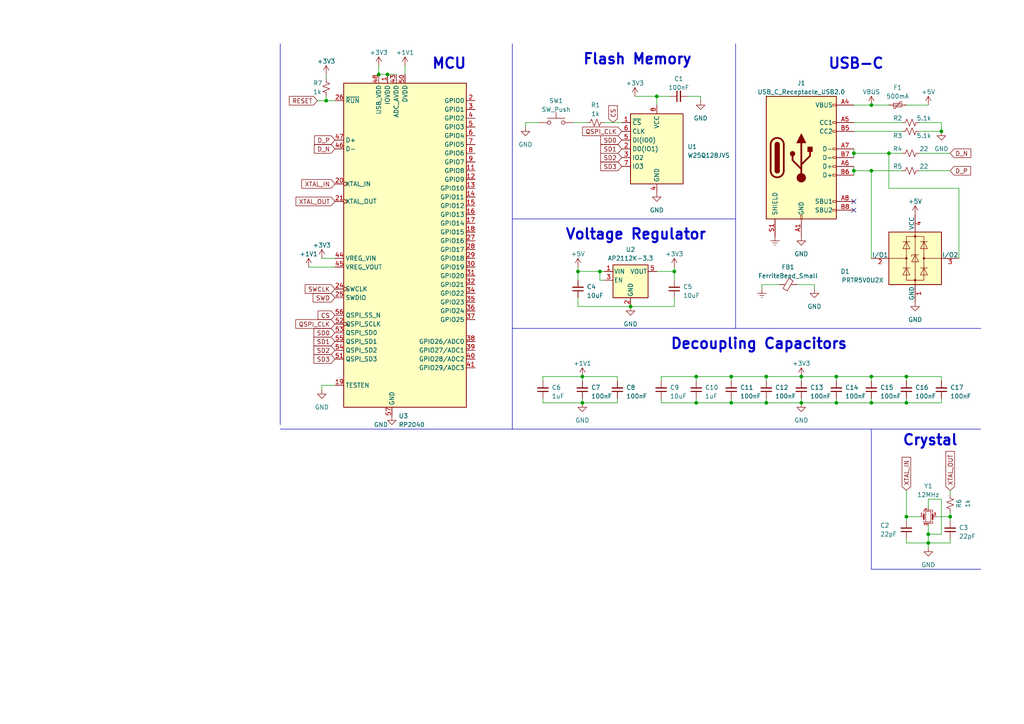
<source format=kicad_sch>
(kicad_sch (version 20230121) (generator eeschema)
  (paper "A4")
  (lib_symbols
    (symbol "Connector:USB_C_Receptacle_USB2.0" (pin_names (offset 1.016))
      (property "Reference" "J" (at -10.16 19.05 0))
      (property "Value" "USB_C_Receptacle_USB2.0" (at 19.05 19.05 0))
      (symbol "USB_C_Receptacle_USB2.0_0_0"
        (rectangle (start -0.254 -17.78) (end 0.254 -16.764))
        (rectangle (start 10.16 -14.986) (end 9.144 -15.494))
        (rectangle (start 10.16 -12.446) (end 9.144 -12.954))
        (rectangle (start 10.16 -4.826) (end 9.144 -5.334))
        (rectangle (start 10.16 -2.286) (end 9.144 -2.794))
        (rectangle (start 10.16 0.254) (end 9.144 -0.254))
        (rectangle (start 10.16 2.794) (end 9.144 2.286))
        (rectangle (start 10.16 7.874) (end 9.144 7.366))
        (rectangle (start 10.16 10.414) (end 9.144 9.906))
        (rectangle (start 10.16 15.494) (end 9.144 14.986))
      )
      (symbol "USB_C_Receptacle_USB2.0_0_1"
        (rectangle (start -10.16 17.78) (end 10.16 -17.78) (stroke (width 0.254)) (fill (type background)))
        (arc (start -8.89 -3.81) (mid -6.985 -5.7067) (end -5.08 -3.81) (stroke (width 0.508)))
        (arc (start -7.62 -3.81) (mid -6.985 -4.4423) (end -6.35 -3.81) (stroke (width 0.254)))
        (arc (start -7.62 -3.81) (mid -6.985 -4.4423) (end -6.35 -3.81) (stroke (width 0.254)) (fill (type outline)))
        (rectangle (start -7.62 -3.81) (end -6.35 3.81) (stroke (width 0.254)) (fill (type outline)))
        (arc (start -6.35 3.81) (mid -6.985 4.4423) (end -7.62 3.81) (stroke (width 0.254)))
        (arc (start -6.35 3.81) (mid -6.985 4.4423) (end -7.62 3.81) (stroke (width 0.254)) (fill (type outline)))
        (arc (start -5.08 3.81) (mid -6.985 5.7067) (end -8.89 3.81) (stroke (width 0.508)))
        (circle (center -2.54 1.143) (radius 0.635) (stroke (width 0.254)) (fill (type outline)))
        (circle (center 0 -5.842) (radius 1.27) (fill (type outline)))
        (polyline (pts (xy -8.89 -3.81) (xy -8.89 3.81)) (stroke (width 0.508)))
        (polyline (pts (xy -5.08 3.81) (xy -5.08 -3.81)) (stroke (width 0.508)))
        (polyline (pts (xy 0 -5.842) (xy 0 4.318)) (stroke (width 0.508)))
        (polyline (pts (xy 0 -3.302) (xy -2.54 -0.762) (xy -2.54 0.508)) (stroke (width 0.508)))
        (polyline (pts (xy 0 -2.032) (xy 2.54 0.508) (xy 2.54 1.778)) (stroke (width 0.508)))
        (polyline (pts (xy -1.27 4.318) (xy 0 6.858) (xy 1.27 4.318) (xy -1.27 4.318)) (stroke (width 0.254)) (fill (type outline)))
        (rectangle (start 1.905 1.778) (end 3.175 3.048) (stroke (width 0.254)) (fill (type outline)))
      )
      (symbol "USB_C_Receptacle_USB2.0_1_1"
        (pin passive line (at 0 -22.86 90) (length 5.08) (name "GND") (number "A1"))
        (pin passive line (at 0 -22.86 90) (length 5.08) hide (name "GND") (number "A12"))
        (pin passive line (at 15.24 15.24 180) (length 5.08) (name "VBUS") (number "A4"))
        (pin bidirectional line (at 15.24 10.16 180) (length 5.08) (name "CC1") (number "A5"))
        (pin bidirectional line (at 15.24 -2.54 180) (length 5.08) (name "D+") (number "A6"))
        (pin bidirectional line (at 15.24 2.54 180) (length 5.08) (name "D-") (number "A7"))
        (pin bidirectional line (at 15.24 -12.7 180) (length 5.08) (name "SBU1") (number "A8"))
        (pin passive line (at 15.24 15.24 180) (length 5.08) hide (name "VBUS") (number "A9"))
        (pin passive line (at 0 -22.86 90) (length 5.08) hide (name "GND") (number "B1"))
        (pin passive line (at 0 -22.86 90) (length 5.08) hide (name "GND") (number "B12"))
        (pin passive line (at 15.24 15.24 180) (length 5.08) hide (name "VBUS") (number "B4"))
        (pin bidirectional line (at 15.24 7.62 180) (length 5.08) (name "CC2") (number "B5"))
        (pin bidirectional line (at 15.24 -5.08 180) (length 5.08) (name "D+") (number "B6"))
        (pin bidirectional line (at 15.24 0 180) (length 5.08) (name "D-") (number "B7"))
        (pin bidirectional line (at 15.24 -15.24 180) (length 5.08) (name "SBU2") (number "B8"))
        (pin passive line (at 15.24 15.24 180) (length 5.08) hide (name "VBUS") (number "B9"))
        (pin passive line (at -7.62 -22.86 90) (length 5.08) (name "SHIELD") (number "S1"))
      )
    )
    (symbol "Device:C_Small" (pin_numbers hide) (pin_names (offset 0.254) hide)
      (property "Reference" "C" (at 0.254 1.778 0))
      (property "Value" "C_Small" (at 0.254 -2.032 0))
      (symbol "C_Small_0_1"
        (polyline (pts (xy -1.524 -0.508) (xy 1.524 -0.508)) (stroke (width 0.3302)))
        (polyline (pts (xy -1.524 0.508) (xy 1.524 0.508)) (stroke (width 0.3048)))
      )
      (symbol "C_Small_1_1"
        (pin passive line (at 0 2.54 270) (length 2.032) (name "~") (number "1"))
        (pin passive line (at 0 -2.54 90) (length 2.032) (name "~") (number "2"))
      )
    )
    (symbol "Device:Crystal_GND24_Small" (pin_names (offset 1.016) hide)
      (property "Reference" "Y" (at 1.27 4.445 0))
      (property "Value" "Crystal_GND24_Small" (at 1.27 2.54 0))
      (symbol "Crystal_GND24_Small_0_1"
        (rectangle (start -0.762 -1.524) (end 0.762 1.524))
        (polyline (pts (xy -1.27 -0.762) (xy -1.27 0.762)) (stroke (width 0.381)))
        (polyline (pts (xy 1.27 -0.762) (xy 1.27 0.762)) (stroke (width 0.381)))
        (polyline (pts (xy -1.27 -1.27) (xy -1.27 -1.905) (xy 1.27 -1.905) (xy 1.27 -1.27)))
        (polyline (pts (xy -1.27 1.27) (xy -1.27 1.905) (xy 1.27 1.905) (xy 1.27 1.27)))
      )
      (symbol "Crystal_GND24_Small_1_1"
        (pin passive line (at -2.54 0 0) (length 1.27) (name "1") (number "1"))
        (pin passive line (at 0 -2.54 90) (length 0.635) (name "2") (number "2"))
        (pin passive line (at 2.54 0 180) (length 1.27) (name "3") (number "3"))
        (pin passive line (at 0 2.54 270) (length 0.635) (name "4") (number "4"))
      )
    )
    (symbol "Device:FerriteBead_Small" (pin_numbers hide) (pin_names (offset 0))
      (property "Reference" "FB" (at 1.905 1.27 0))
      (property "Value" "FerriteBead_Small" (at 1.905 -1.27 0))
      (symbol "FerriteBead_Small_0_1"
        (polyline (pts (xy 0 -1.27) (xy 0 -0.7874)))
        (polyline (pts (xy 0 0.889) (xy 0 1.2954)))
        (polyline (pts (xy -1.8288 0.2794) (xy -1.1176 1.4986) (xy 1.8288 -0.2032) (xy 1.1176 -1.4224) (xy -1.8288 0.2794)))
      )
      (symbol "FerriteBead_Small_1_1"
        (pin passive line (at 0 2.54 270) (length 1.27) (name "~") (number "1"))
        (pin passive line (at 0 -2.54 90) (length 1.27) (name "~") (number "2"))
      )
    )
    (symbol "Device:Polyfuse_Small" (pin_numbers hide) (pin_names (offset 0))
      (property "Reference" "F" (at -1.905 0 90))
      (property "Value" "Polyfuse_Small" (at 1.905 0 90))
      (symbol "Polyfuse_Small_0_1"
        (rectangle (start -0.508 1.27) (end 0.508 -1.27))
        (polyline (pts (xy 0 2.54) (xy 0 -2.54)))
        (polyline (pts (xy -1.016 1.27) (xy -1.016 0.762) (xy 1.016 -0.762) (xy 1.016 -1.27)))
      )
      (symbol "Polyfuse_Small_1_1"
        (pin passive line (at 0 2.54 270) (length 0.635) (name "~") (number "1"))
        (pin passive line (at 0 -2.54 90) (length 0.635) (name "~") (number "2"))
      )
    )
    (symbol "Device:R_Small_US" (pin_numbers hide) (pin_names (offset 0.254) hide)
      (property "Reference" "R" (at 0.762 0.508 0))
      (property "Value" "R_Small_US" (at 0.762 -1.016 0))
      (symbol "R_Small_US_1_1"
        (polyline (pts (xy 0 0) (xy 1.016 -0.381) (xy 0 -0.762) (xy -1.016 -1.143) (xy 0 -1.524)))
        (polyline (pts (xy 0 1.524) (xy 1.016 1.143) (xy 0 0.762) (xy -1.016 0.381) (xy 0 0)))
        (pin passive line (at 0 2.54 270) (length 1.016) (name "~") (number "1"))
        (pin passive line (at 0 -2.54 90) (length 1.016) (name "~") (number "2"))
      )
    )
    (symbol "Memory_Flash:W25Q128JVS"
      (property "Reference" "U" (at -8.89 8.89 0))
      (property "Value" "W25Q128JVS" (at 7.62 8.89 0))
      (symbol "W25Q128JVS_0_1"
        (rectangle (start -7.62 10.16) (end 7.62 -10.16) (stroke (width 0.254)) (fill (type background)))
      )
      (symbol "W25Q128JVS_1_1"
        (pin input line (at -10.16 7.62 0) (length 2.54) (name "~{CS}") (number "1"))
        (pin bidirectional line (at -10.16 0 0) (length 2.54) (name "DO(IO1)") (number "2"))
        (pin bidirectional line (at -10.16 -2.54 0) (length 2.54) (name "IO2") (number "3"))
        (pin power_in line (at 0 -12.7 90) (length 2.54) (name "GND") (number "4"))
        (pin bidirectional line (at -10.16 2.54 0) (length 2.54) (name "DI(IO0)") (number "5"))
        (pin input line (at -10.16 5.08 0) (length 2.54) (name "CLK") (number "6"))
        (pin bidirectional line (at -10.16 -5.08 0) (length 2.54) (name "IO3") (number "7"))
        (pin power_in line (at 0 12.7 270) (length 2.54) (name "VCC") (number "8"))
      )
    )
    (symbol "Power_Protection:PRTR5V0U2X" (pin_names (offset 0))
      (property "Reference" "D" (at 2.794 8.636 0))
      (property "Value" "PRTR5V0U2X" (at 8.128 -9.398 0))
      (symbol "PRTR5V0U2X_0_1"
        (rectangle (start -7.62 -7.62) (end 7.62 7.62) (stroke (width 0.254)) (fill (type background)))
        (circle (center -2.54 0) (radius 0.254) (fill (type outline)))
        (rectangle (start -2.54 6.35) (end 2.54 -6.35))
        (circle (center 0 -6.35) (radius 0.254) (fill (type outline)))
        (polyline (pts (xy -2.54 0) (xy -7.62 0)))
        (polyline (pts (xy -1.524 -2.794) (xy -3.556 -2.794)))
        (polyline (pts (xy -1.524 4.826) (xy -3.556 4.826)))
        (polyline (pts (xy 0 -7.62) (xy 0 7.62)))
        (polyline (pts (xy 1.524 -2.794) (xy 3.556 -2.794)))
        (polyline (pts (xy 1.524 4.826) (xy 3.556 4.826)))
        (polyline (pts (xy 2.54 0) (xy 7.62 0)))
        (polyline (pts (xy 1.016 1.016) (xy -1.016 1.016) (xy -1.016 0.508)))
        (polyline (pts (xy -3.556 -4.826) (xy -1.524 -4.826) (xy -2.54 -2.794) (xy -3.556 -4.826)))
        (polyline (pts (xy -3.556 2.794) (xy -1.524 2.794) (xy -2.54 4.826) (xy -3.556 2.794)))
        (polyline (pts (xy -1.016 -1.016) (xy 1.016 -1.016) (xy 0 1.016) (xy -1.016 -1.016)))
        (polyline (pts (xy 3.556 -4.826) (xy 1.524 -4.826) (xy 2.54 -2.794) (xy 3.556 -4.826)))
        (polyline (pts (xy 3.556 2.794) (xy 1.524 2.794) (xy 2.54 4.826) (xy 3.556 2.794)))
        (circle (center 0 6.35) (radius 0.254) (fill (type outline)))
        (circle (center 2.54 0) (radius 0.254) (fill (type outline)))
      )
      (symbol "PRTR5V0U2X_1_1"
        (pin passive line (at 0 -12.7 90) (length 5.08) (name "GND") (number "1"))
        (pin passive line (at -12.7 0 0) (length 5.08) (name "I/O1") (number "2"))
        (pin passive line (at 12.7 0 180) (length 5.08) (name "I/O2") (number "3"))
        (pin passive line (at 0 12.7 270) (length 5.08) (name "VCC") (number "4"))
      )
    )
    (symbol "Regulator_Linear:AP2112K-3.3" (pin_names (offset 0.254))
      (property "Reference" "U" (at -5.08 5.715 0))
      (property "Value" "AP2112K-3.3" (at 0 5.715 0))
      (symbol "AP2112K-3.3_0_1"
        (rectangle (start -5.08 4.445) (end 5.08 -5.08) (stroke (width 0.254)) (fill (type background)))
      )
      (symbol "AP2112K-3.3_1_1"
        (pin power_in line (at -7.62 2.54 0) (length 2.54) (name "VIN") (number "1"))
        (pin power_in line (at 0 -7.62 90) (length 2.54) (name "GND") (number "2"))
        (pin input line (at -7.62 0 0) (length 2.54) (name "EN") (number "3"))
        (pin no_connect line (at 5.08 0 180) (length 2.54) hide (name "NC") (number "4"))
        (pin power_out line (at 7.62 2.54 180) (length 2.54) (name "VOUT") (number "5"))
      )
    )
    (symbol "Switch:SW_Push" (pin_numbers hide) (pin_names (offset 1.016) hide)
      (property "Reference" "SW" (at 1.27 2.54 0))
      (property "Value" "SW_Push" (at 0 -1.524 0))
      (symbol "SW_Push_0_1"
        (circle (center -2.032 0) (radius 0.508))
        (polyline (pts (xy 0 1.27) (xy 0 3.048)))
        (polyline (pts (xy 2.54 1.27) (xy -2.54 1.27)))
        (circle (center 2.032 0) (radius 0.508))
        (pin passive line (at -5.08 0 0) (length 2.54) (name "1") (number "1"))
        (pin passive line (at 5.08 0 180) (length 2.54) (name "2") (number "2"))
      )
    )
    (symbol "penlib-custom-parts:RP2040"
      (property "Reference" "U" (at 9.525 48.895 0))
      (property "Value" "RP2040" (at 12.7 46.355 0))
      (symbol "RP2040_0_0"
        (rectangle (start -18.415 44.45) (end 17.145 -49.53) (stroke (width 0.254)) (fill (type background)))
      )
      (symbol "RP2040_1_1"
        (pin power_in line (at -5.715 46.99 270) (length 2.54) (name "IOVDD") (number "1"))
        (pin power_in line (at -5.715 46.99 270) (length 2.54) hide (name "IOVDD") (number "10"))
        (pin input line (at 19.685 19.05 180) (length 2.54) (name "GPIO8") (number "11"))
        (pin input line (at 19.685 16.51 180) (length 2.54) (name "GPIO9") (number "12"))
        (pin input line (at 19.685 13.97 180) (length 2.54) (name "GPIO10") (number "13"))
        (pin input line (at 19.685 11.43 180) (length 2.54) (name "GPIO11") (number "14"))
        (pin input line (at 19.685 8.89 180) (length 2.54) (name "GPIO12") (number "15"))
        (pin input line (at 19.685 6.35 180) (length 2.54) (name "GPIO13") (number "16"))
        (pin input line (at 19.685 3.81 180) (length 2.54) (name "GPIO14") (number "17"))
        (pin input line (at 19.685 1.27 180) (length 2.54) (name "GPIO15") (number "18"))
        (pin input line (at -20.955 -43.18 0) (length 2.54) (name "TESTEN") (number "19"))
        (pin input line (at 19.685 39.37 180) (length 2.54) (name "GPIO0") (number "2"))
        (pin input clock (at -20.955 15.24 0) (length 2.54) (name "XTAL_IN") (number "20"))
        (pin input clock (at -20.955 10.16 0) (length 2.54) (name "XTAL_OUT") (number "21"))
        (pin power_in line (at -5.715 46.99 270) (length 2.54) hide (name "IOVDD") (number "22"))
        (pin power_in line (at -0.635 46.99 270) (length 2.54) hide (name "DVDD") (number "23"))
        (pin input clock (at -20.955 -15.24 0) (length 2.54) (name "SWCLK") (number "24"))
        (pin bidirectional line (at -20.955 -17.78 0) (length 2.54) (name "SWDIO") (number "25"))
        (pin input line (at -20.955 39.37 0) (length 2.54) (name "~{RUN}") (number "26"))
        (pin input line (at 19.685 -1.27 180) (length 2.54) (name "GPIO16") (number "27"))
        (pin input line (at 19.685 -3.81 180) (length 2.54) (name "GPIO17") (number "28"))
        (pin input line (at 19.685 -6.35 180) (length 2.54) (name "GPIO18") (number "29"))
        (pin input line (at 19.685 36.83 180) (length 2.54) (name "GPIO1") (number "3"))
        (pin input line (at 19.685 -8.89 180) (length 2.54) (name "GPIO19") (number "30"))
        (pin input line (at 19.685 -11.43 180) (length 2.54) (name "GPIO20") (number "31"))
        (pin input line (at 19.685 -13.97 180) (length 2.54) (name "GPIO21") (number "32"))
        (pin power_in line (at -5.715 46.99 270) (length 2.54) hide (name "IOVDD") (number "33"))
        (pin input line (at 19.685 -16.51 180) (length 2.54) (name "GPIO22") (number "34"))
        (pin input line (at 19.685 -19.05 180) (length 2.54) (name "GPIO23") (number "35"))
        (pin input line (at 19.685 -21.59 180) (length 2.54) (name "GPIO24") (number "36"))
        (pin input line (at 19.685 -24.13 180) (length 2.54) (name "GPIO25") (number "37"))
        (pin input line (at 19.685 -30.48 180) (length 2.54) (name "GPIO26/ADC0") (number "38"))
        (pin input line (at 19.685 -33.02 180) (length 2.54) (name "GPIO27/ADC1") (number "39"))
        (pin input line (at 19.685 34.29 180) (length 2.54) (name "GPIO2") (number "4"))
        (pin input line (at 19.685 -35.56 180) (length 2.54) (name "GPIO28/ADC2") (number "40"))
        (pin input line (at 19.685 -38.1 180) (length 2.54) (name "GPIO29/ADC3") (number "41"))
        (pin power_in line (at -5.715 46.99 270) (length 2.54) hide (name "IOVDD") (number "42"))
        (pin power_in line (at -3.175 46.99 270) (length 2.54) (name "ADC_AVDD") (number "43"))
        (pin power_in line (at -20.955 -6.35 0) (length 2.54) (name "VREG_VIN") (number "44"))
        (pin power_out line (at -20.955 -8.89 0) (length 2.54) (name "VREG_VOUT") (number "45"))
        (pin bidirectional line (at -20.955 25.4 0) (length 2.54) (name "D-") (number "46"))
        (pin bidirectional line (at -20.955 27.94 0) (length 2.54) (name "D+") (number "47"))
        (pin power_in line (at -8.255 46.99 270) (length 2.54) (name "USB_VDD") (number "48"))
        (pin power_in line (at -5.715 46.99 270) (length 2.54) hide (name "IOVDD") (number "49"))
        (pin input line (at 19.685 31.75 180) (length 2.54) (name "GPIO3") (number "5"))
        (pin power_in line (at -0.635 46.99 270) (length 2.54) (name "DVDD") (number "50"))
        (pin bidirectional line (at -20.955 -35.56 0) (length 2.54) (name "QSPI_SD3") (number "51"))
        (pin input clock (at -20.955 -25.4 0) (length 2.54) (name "QSPI_SCLK") (number "52"))
        (pin bidirectional line (at -20.955 -27.94 0) (length 2.54) (name "QSPI_SD0") (number "53"))
        (pin bidirectional line (at -20.955 -33.02 0) (length 2.54) (name "QSPI_SD2") (number "54"))
        (pin bidirectional line (at -20.955 -30.48 0) (length 2.54) (name "QSPI_SD1") (number "55"))
        (pin bidirectional line (at -20.955 -22.86 0) (length 2.54) (name "QSPI_SS_N") (number "56"))
        (pin power_in line (at -4.445 -52.07 90) (length 2.54) (name "GND") (number "57"))
        (pin input line (at 19.685 29.21 180) (length 2.54) (name "GPIO4") (number "6"))
        (pin input line (at 19.685 26.67 180) (length 2.54) (name "GPIO5") (number "7"))
        (pin input line (at 19.685 24.13 180) (length 2.54) (name "GPIO6") (number "8"))
        (pin input line (at 19.685 21.59 180) (length 2.54) (name "GPIO7") (number "9"))
      )
    )
    (symbol "power:+1V1" (power) (pin_names (offset 0))
      (property "Value" "+1V1" (at 0 3.556 0))
      (symbol "+1V1_0_1"
        (polyline (pts (xy -0.762 1.27) (xy 0 2.54)))
        (polyline (pts (xy 0 0) (xy 0 2.54)))
        (polyline (pts (xy 0 2.54) (xy 0.762 1.27)))
      )
      (symbol "+1V1_1_1"
        (pin power_in line (at 0 0 90) (length 0) hide (name "+1V1") (number "1"))
      )
    )
    (symbol "power:+3V3" (power) (pin_names (offset 0))
      (property "Value" "+3V3" (at 0 3.556 0))
      (symbol "+3V3_0_1"
        (polyline (pts (xy -0.762 1.27) (xy 0 2.54)))
        (polyline (pts (xy 0 0) (xy 0 2.54)))
        (polyline (pts (xy 0 2.54) (xy 0.762 1.27)))
      )
      (symbol "+3V3_1_1"
        (pin power_in line (at 0 0 90) (length 0) hide (name "+3V3") (number "1"))
      )
    )
    (symbol "power:+5V" (power) (pin_names (offset 0))
      (property "Value" "+5V" (at 0 3.556 0))
      (symbol "+5V_0_1"
        (polyline (pts (xy -0.762 1.27) (xy 0 2.54)))
        (polyline (pts (xy 0 0) (xy 0 2.54)))
        (polyline (pts (xy 0 2.54) (xy 0.762 1.27)))
      )
      (symbol "+5V_1_1"
        (pin power_in line (at 0 0 90) (length 0) hide (name "+5V") (number "1"))
      )
    )
    (symbol "power:Earth" (power) (pin_names (offset 0))
      (symbol "Earth_0_1"
        (polyline (pts (xy -0.635 -1.905) (xy 0.635 -1.905)))
        (polyline (pts (xy -0.127 -2.54) (xy 0.127 -2.54)))
        (polyline (pts (xy 0 -1.27) (xy 0 0)))
        (polyline (pts (xy 1.27 -1.27) (xy -1.27 -1.27)))
      )
      (symbol "Earth_1_1"
        (pin power_in line (at 0 0 270) (length 0) hide (name "Earth") (number "1"))
      )
    )
    (symbol "power:GND" (power) (pin_names (offset 0))
      (property "Value" "GND" (at 0 -3.81 0))
      (symbol "GND_0_1"
        (polyline (pts (xy 0 0) (xy 0 -1.27) (xy 1.27 -1.27) (xy 0 -2.54) (xy -1.27 -1.27) (xy 0 -1.27)))
      )
      (symbol "GND_1_1"
        (pin power_in line (at 0 0 270) (length 0) hide (name "GND") (number "1"))
      )
    )
    (symbol "power:VBUS" (power) (pin_names (offset 0))
      (property "Value" "VBUS" (at 0 3.81 0))
      (symbol "VBUS_0_1"
        (polyline (pts (xy -0.762 1.27) (xy 0 2.54)))
        (polyline (pts (xy 0 0) (xy 0 2.54)))
        (polyline (pts (xy 0 2.54) (xy 0.762 1.27)))
      )
      (symbol "VBUS_1_1"
        (pin power_in line (at 0 0 90) (length 0) hide (name "VBUS") (number "1"))
      )
    )
  )
  (junction (at 273.05 38.1))
  (junction (at 195.58 78.74))
  (junction (at 247.65 49.53))
  (junction (at 275.59 149.86))
  (junction (at 201.93 109.22))
  (junction (at 168.91 109.22))
  (junction (at 269.24 154.94))
  (junction (at 262.89 109.22))
  (junction (at 167.64 78.74))
  (junction (at 252.73 30.48))
  (junction (at 168.91 116.84))
  (junction (at 252.73 116.84))
  (junction (at 201.93 116.84))
  (junction (at 212.09 109.22))
  (junction (at 190.5 27.94))
  (junction (at 109.855 21.59))
  (junction (at 242.57 116.84))
  (junction (at 252.73 109.22))
  (junction (at 242.57 109.22))
  (junction (at 182.88 88.9))
  (junction (at 173.99 78.74))
  (junction (at 222.25 109.22))
  (junction (at 262.89 116.84))
  (junction (at 94.615 29.21))
  (junction (at 212.09 116.84))
  (junction (at 222.25 116.84))
  (junction (at 232.41 116.84))
  (junction (at 112.395 21.59))
  (junction (at 262.89 149.86))
  (junction (at 232.41 109.22))
  (junction (at 247.65 44.45))
  (junction (at 252.73 49.53))
  (junction (at 269.24 157.48))
  (junction (at 257.81 44.45))
  (no_connect (at 247.65 60.96))
  (no_connect (at 247.65 58.42))
  (wire (pts (xy 242.57 115.57) (xy 242.57 116.84)))
  (wire (pts (xy 212.09 116.84) (xy 222.25 116.84)))
  (wire (pts (xy 168.91 115.57) (xy 168.91 116.84)))
  (wire (pts (xy 275.59 149.86) (xy 275.59 151.13)))
  (wire (pts (xy 175.26 81.28) (xy 173.99 81.28)))
  (wire (pts (xy 262.89 30.48) (xy 269.24 30.48)))
  (wire (pts (xy 201.93 116.84) (xy 212.09 116.84)))
  (wire (pts (xy 247.65 44.45) (xy 257.81 44.45)))
  (wire (pts (xy 247.65 49.53) (xy 252.73 49.53)))
  (wire (pts (xy 222.25 109.22) (xy 222.25 110.49)))
  (wire (pts (xy 190.5 27.94) (xy 190.5 30.48)))
  (wire (pts (xy 266.7 44.45) (xy 275.59 44.45)))
  (wire (pts (xy 212.09 115.57) (xy 212.09 116.84)))
  (wire (pts (xy 191.77 110.49) (xy 191.77 109.22)))
  (wire (pts (xy 266.7 49.53) (xy 275.59 49.53)))
  (wire (pts (xy 222.25 115.57) (xy 222.25 116.84)))
  (wire (pts (xy 262.89 157.48) (xy 269.24 157.48)))
  (wire (pts (xy 173.99 81.28) (xy 173.99 78.74)))
  (wire (pts (xy 89.535 77.47) (xy 97.155 77.47)))
  (wire (pts (xy 195.58 77.47) (xy 195.58 78.74)))
  (wire (pts (xy 201.93 115.57) (xy 201.93 116.84)))
  (wire (pts (xy 191.77 115.57) (xy 191.77 116.84)))
  (wire (pts (xy 199.39 27.94) (xy 203.2 27.94)))
  (wire (pts (xy 247.65 38.1) (xy 261.62 38.1)))
  (wire (pts (xy 109.855 21.59) (xy 109.855 19.05)))
  (wire (pts (xy 168.91 109.22) (xy 168.91 110.49)))
  (wire (pts (xy 262.89 149.86) (xy 262.89 151.13)))
  (wire (pts (xy 231.14 82.55) (xy 236.22 82.55)))
  (wire (pts (xy 262.89 156.21) (xy 262.89 157.48)))
  (polyline (pts (xy 213.36 95.25) (xy 284.48 95.25)))
  (wire (pts (xy 112.395 21.59) (xy 109.855 21.59)))
  (polyline (pts (xy 252.73 165.1) (xy 284.48 165.1)))
  (wire (pts (xy 275.59 157.48) (xy 269.24 157.48)))
  (wire (pts (xy 257.81 54.61) (xy 257.81 44.45)))
  (wire (pts (xy 157.48 109.22) (xy 168.91 109.22)))
  (wire (pts (xy 94.615 29.21) (xy 94.615 27.94)))
  (wire (pts (xy 252.73 49.53) (xy 252.73 74.93)))
  (wire (pts (xy 242.57 116.84) (xy 252.73 116.84)))
  (wire (pts (xy 232.41 116.84) (xy 242.57 116.84)))
  (wire (pts (xy 190.5 27.94) (xy 194.31 27.94)))
  (wire (pts (xy 271.78 149.86) (xy 275.59 149.86)))
  (polyline (pts (xy 148.59 63.5) (xy 148.59 95.25)))
  (wire (pts (xy 190.5 78.74) (xy 195.58 78.74)))
  (wire (pts (xy 247.65 30.48) (xy 252.73 30.48)))
  (wire (pts (xy 184.15 27.94) (xy 190.5 27.94)))
  (wire (pts (xy 273.05 154.94) (xy 269.24 154.94)))
  (wire (pts (xy 262.89 109.22) (xy 273.05 109.22)))
  (wire (pts (xy 114.935 21.59) (xy 112.395 21.59)))
  (wire (pts (xy 266.7 38.1) (xy 273.05 38.1)))
  (wire (pts (xy 275.59 148.59) (xy 275.59 149.86)))
  (wire (pts (xy 278.13 54.61) (xy 257.81 54.61)))
  (wire (pts (xy 166.37 35.56) (xy 170.18 35.56)))
  (wire (pts (xy 167.64 77.47) (xy 167.64 78.74)))
  (wire (pts (xy 94.615 21.59) (xy 94.615 22.86)))
  (wire (pts (xy 167.64 86.36) (xy 167.64 88.9)))
  (wire (pts (xy 191.77 116.84) (xy 201.93 116.84)))
  (wire (pts (xy 201.93 109.22) (xy 212.09 109.22)))
  (wire (pts (xy 269.24 147.32) (xy 269.24 144.78)))
  (wire (pts (xy 157.48 116.84) (xy 168.91 116.84)))
  (wire (pts (xy 201.93 109.22) (xy 201.93 110.49)))
  (wire (pts (xy 252.73 109.22) (xy 262.89 109.22)))
  (wire (pts (xy 273.05 110.49) (xy 273.05 109.22)))
  (polyline (pts (xy 148.59 12.7) (xy 148.59 63.5)))
  (polyline (pts (xy 148.59 95.25) (xy 148.59 124.46)))
  (wire (pts (xy 232.41 109.22) (xy 242.57 109.22)))
  (polyline (pts (xy 213.36 12.7) (xy 213.36 95.25)))
  (wire (pts (xy 262.89 115.57) (xy 262.89 116.84)))
  (wire (pts (xy 173.99 78.74) (xy 175.26 78.74)))
  (polyline (pts (xy 148.59 124.46) (xy 81.28 124.46)))
  (wire (pts (xy 175.26 35.56) (xy 180.34 35.56)))
  (wire (pts (xy 247.65 35.56) (xy 261.62 35.56)))
  (wire (pts (xy 236.22 82.55) (xy 236.22 83.82)))
  (wire (pts (xy 92.075 29.21) (xy 94.615 29.21)))
  (wire (pts (xy 167.64 88.9) (xy 182.88 88.9)))
  (wire (pts (xy 179.07 115.57) (xy 179.07 116.84)))
  (wire (pts (xy 93.345 74.93) (xy 97.155 74.93)))
  (wire (pts (xy 252.73 116.84) (xy 262.89 116.84)))
  (wire (pts (xy 157.48 115.57) (xy 157.48 116.84)))
  (polyline (pts (xy 252.73 124.46) (xy 252.73 165.1)))
  (wire (pts (xy 93.345 113.03) (xy 93.345 111.76)))
  (wire (pts (xy 168.91 109.22) (xy 179.07 109.22)))
  (wire (pts (xy 182.88 88.9) (xy 195.58 88.9)))
  (wire (pts (xy 226.06 82.55) (xy 220.98 82.55)))
  (wire (pts (xy 212.09 109.22) (xy 212.09 110.49)))
  (wire (pts (xy 269.24 152.4) (xy 269.24 154.94)))
  (polyline (pts (xy 148.59 95.25) (xy 213.36 95.25)))
  (wire (pts (xy 273.05 144.78) (xy 273.05 154.94)))
  (wire (pts (xy 232.41 109.22) (xy 232.41 110.49)))
  (wire (pts (xy 222.25 109.22) (xy 232.41 109.22)))
  (wire (pts (xy 232.41 115.57) (xy 232.41 116.84)))
  (wire (pts (xy 195.58 78.74) (xy 195.58 81.28)))
  (polyline (pts (xy 148.59 124.46) (xy 284.48 124.46)))
  (wire (pts (xy 152.4 35.56) (xy 156.21 35.56)))
  (wire (pts (xy 97.155 29.21) (xy 94.615 29.21)))
  (wire (pts (xy 278.13 74.93) (xy 278.13 54.61)))
  (polyline (pts (xy 81.28 123.19) (xy 81.28 12.7)))
  (wire (pts (xy 242.57 109.22) (xy 242.57 110.49)))
  (wire (pts (xy 195.58 86.36) (xy 195.58 88.9)))
  (polyline (pts (xy 148.59 63.5) (xy 213.36 63.5)))
  (wire (pts (xy 269.24 144.78) (xy 273.05 144.78)))
  (wire (pts (xy 262.89 116.84) (xy 273.05 116.84)))
  (wire (pts (xy 179.07 116.84) (xy 168.91 116.84)))
  (wire (pts (xy 167.64 78.74) (xy 173.99 78.74)))
  (wire (pts (xy 266.7 149.86) (xy 262.89 149.86)))
  (wire (pts (xy 269.24 154.94) (xy 269.24 157.48)))
  (wire (pts (xy 252.73 109.22) (xy 252.73 110.49)))
  (wire (pts (xy 252.73 30.48) (xy 257.81 30.48)))
  (wire (pts (xy 273.05 115.57) (xy 273.05 116.84)))
  (wire (pts (xy 247.65 43.18) (xy 247.65 44.45)))
  (wire (pts (xy 157.48 110.49) (xy 157.48 109.22)))
  (wire (pts (xy 212.09 109.22) (xy 222.25 109.22)))
  (wire (pts (xy 269.24 158.75) (xy 269.24 157.48)))
  (wire (pts (xy 275.59 156.21) (xy 275.59 157.48)))
  (wire (pts (xy 117.475 19.05) (xy 117.475 21.59)))
  (wire (pts (xy 252.73 49.53) (xy 261.62 49.53)))
  (wire (pts (xy 222.25 116.84) (xy 232.41 116.84)))
  (wire (pts (xy 247.65 49.53) (xy 247.65 50.8)))
  (wire (pts (xy 262.89 109.22) (xy 262.89 110.49)))
  (wire (pts (xy 266.7 35.56) (xy 273.05 35.56)))
  (wire (pts (xy 247.65 48.26) (xy 247.65 49.53)))
  (wire (pts (xy 220.98 82.55) (xy 220.98 83.82)))
  (wire (pts (xy 275.59 142.24) (xy 275.59 143.51)))
  (wire (pts (xy 179.07 110.49) (xy 179.07 109.22)))
  (wire (pts (xy 191.77 109.22) (xy 201.93 109.22)))
  (wire (pts (xy 93.345 111.76) (xy 97.155 111.76)))
  (wire (pts (xy 252.73 115.57) (xy 252.73 116.84)))
  (wire (pts (xy 273.05 35.56) (xy 273.05 38.1)))
  (wire (pts (xy 152.4 36.83) (xy 152.4 35.56)))
  (wire (pts (xy 257.81 44.45) (xy 261.62 44.45)))
  (wire (pts (xy 167.64 78.74) (xy 167.64 81.28)))
  (wire (pts (xy 247.65 44.45) (xy 247.65 45.72)))
  (wire (pts (xy 242.57 109.22) (xy 252.73 109.22)))
  (wire (pts (xy 203.2 27.94) (xy 203.2 29.21)))
  (wire (pts (xy 262.89 142.24) (xy 262.89 149.86)))
  (text "Flash Memory" (at 168.91 19.05 0) (effects (font (size 3 3) (thickness 0.6) bold) (justify left bottom)))
  (text "MCU" (at 125.095 20.32 0) (effects (font (size 3 3) (thickness 0.6) bold) (justify left bottom)))
  (text "USB-C" (at 240.03 20.32 0) (effects (font (size 3 3) (thickness 0.6) bold) (justify left bottom)))
  (text "Crystal" (at 261.62 129.54 0) (effects (font (size 3 3) (thickness 0.6) bold) (justify left bottom)))
  (text "Voltage Regulator" (at 163.83 69.85 0) (effects (font (size 3 3) (thickness 0.6) bold) (justify left bottom)))
  (text "Decoupling Capacitors" (at 194.31 101.6 0) (effects (font (size 3 3) (thickness 0.6) bold) (justify left bottom)))
  (global_label "SD2" (shape input) (at 97.155 101.6 180) (property "Intersheetrefs" "${INTERSHEET_REFS}" (effects hide)))
  (global_label "SD3" (shape input) (at 97.155 104.14 180) (property "Intersheetrefs" "${INTERSHEET_REFS}" (effects hide)))
  (global_label "XTAL_OUT" (shape input) (at 97.155 58.42 180) (property "Intersheetrefs" "${INTERSHEET_REFS}" (effects hide)))
  (global_label "D_N" (shape input) (at 275.59 44.45 0) (property "Intersheetrefs" "${INTERSHEET_REFS}" (effects hide)))
  (global_label "XTAL_IN" (shape input) (at 262.89 142.24 90) (property "Intersheetrefs" "${INTERSHEET_REFS}" (effects hide)))
  (global_label "SD1" (shape input) (at 97.155 99.06 180) (property "Intersheetrefs" "${INTERSHEET_REFS}" (effects hide)))
  (global_label "SD2" (shape input) (at 180.34 45.72 180) (property "Intersheetrefs" "${INTERSHEET_REFS}" (effects hide)))
  (global_label "RESET" (shape input) (at 92.075 29.21 180) (property "Intersheetrefs" "${INTERSHEET_REFS}" (effects hide)))
  (global_label "SD3" (shape input) (at 180.34 48.26 180) (property "Intersheetrefs" "${INTERSHEET_REFS}" (effects hide)))
  (global_label "SWD" (shape input) (at 97.155 86.36 180) (property "Intersheetrefs" "${INTERSHEET_REFS}" (effects hide)))
  (global_label "QSPI_CLK" (shape input) (at 180.34 38.1 180) (property "Intersheetrefs" "${INTERSHEET_REFS}" (effects hide)))
  (global_label "SD0" (shape input) (at 180.34 40.64 180) (property "Intersheetrefs" "${INTERSHEET_REFS}" (effects hide)))
  (global_label "D_N" (shape input) (at 97.155 43.18 180) (property "Intersheetrefs" "${INTERSHEET_REFS}" (effects hide)))
  (global_label "QSPI_CLK" (shape input) (at 97.155 93.98 180) (property "Intersheetrefs" "${INTERSHEET_REFS}" (effects hide)))
  (global_label "XTAL_OUT" (shape input) (at 275.59 142.24 90) (property "Intersheetrefs" "${INTERSHEET_REFS}" (effects hide)))
  (global_label "CS" (shape input) (at 97.155 91.44 180) (property "Intersheetrefs" "${INTERSHEET_REFS}" (effects hide)))
  (global_label "SD0" (shape input) (at 97.155 96.52 180) (property "Intersheetrefs" "${INTERSHEET_REFS}" (effects hide)))
  (global_label "D_P" (shape input) (at 97.155 40.64 180) (property "Intersheetrefs" "${INTERSHEET_REFS}" (effects hide)))
  (global_label "SWCLK" (shape input) (at 97.155 83.82 180) (property "Intersheetrefs" "${INTERSHEET_REFS}" (effects hide)))
  (global_label "D_P" (shape input) (at 275.59 49.53 0) (property "Intersheetrefs" "${INTERSHEET_REFS}" (effects hide)))
  (global_label "CS" (shape input) (at 177.8 35.56 90) (property "Intersheetrefs" "${INTERSHEET_REFS}" (effects hide)))
  (global_label "SD1" (shape input) (at 180.34 43.18 180) (property "Intersheetrefs" "${INTERSHEET_REFS}" (effects hide)))
  (global_label "XTAL_IN" (shape input) (at 97.155 53.34 180) (property "Intersheetrefs" "${INTERSHEET_REFS}" (effects hide)))
  (symbol (lib_id "Device:Polyfuse_Small") (at 260.35 30.48 90) (unit 1)
    (property "Reference" "F1" (at 260.35 25.4 90))
    (property "Value" "500mA" (at 260.35 27.94 90))
  )
  (symbol (lib_id "power:Earth") (at 224.79 68.58 0) (unit 1)
    (property "Reference" "#PWR011" (effects hide))
    (property "Value" "Earth" (effects hide))
  )
  (symbol (lib_id "Device:C_Small") (at 157.48 113.03 180) (unit 1)
    (property "Reference" "C6" (at 160.02 112.3886 0) (effects (justify right)))
    (property "Value" "1uF" (at 160.02 114.9286 0) (effects (justify right)))
  )
  (symbol (lib_id "power:+5V") (at 265.43 62.23 0) (unit 1)
    (property "Reference" "#PWR05" (effects hide))
    (property "Value" "+5V" (at 265.43 58.42 0))
  )
  (symbol (lib_id "Regulator_Linear:AP2112K-3.3") (at 182.88 81.28 0) (unit 1)
    (property "Reference" "U2" (at 182.88 72.39 0))
    (property "Value" "AP2112K-3.3" (at 182.88 74.93 0))
    (property "Footprint" "Package_TO_SOT_SMD:SOT-23-5" (effects hide))
    (property "Datasheet" "https://www.diodes.com/assets/Datasheets/AP2112.pdf" (effects hide))
  )
  (symbol (lib_id "Device:C_Small") (at 273.05 113.03 180) (unit 1)
    (property "Reference" "C17" (at 275.59 112.3886 0) (effects (justify right)))
    (property "Value" "100nF" (at 275.59 114.9286 0) (effects (justify right)))
  )
  (symbol (lib_id "power:GND") (at 93.345 113.03 0) (unit 1)
    (property "Reference" "#PWR027" (effects hide))
    (property "Value" "GND" (at 93.345 118.11 0))
  )
  (symbol (lib_id "Device:C_Small") (at 191.77 113.03 180) (unit 1)
    (property "Reference" "C9" (at 194.31 112.3886 0) (effects (justify right)))
    (property "Value" "10uF" (at 194.31 114.9286 0) (effects (justify right)))
  )
  (symbol (lib_id "Connector:USB_C_Receptacle_USB2.0") (at 232.41 45.72 0) (unit 1)
    (property "Reference" "J1" (at 232.41 24.13 0))
    (property "Value" "USB_C_Receptacle_USB2.0" (at 232.41 26.67 0))
    (property "Datasheet" "https://www.usb.org/sites/default/files/documents/usb_type-c.zip" (effects hide))
  )
  (symbol (lib_id "Device:C_Small") (at 262.89 113.03 180) (unit 1)
    (property "Reference" "C16" (at 265.43 112.3886 0) (effects (justify right)))
    (property "Value" "100nF" (at 265.43 114.9286 0) (effects (justify right)))
  )
  (symbol (lib_id "Device:C_Small") (at 196.85 27.94 90) (unit 1)
    (property "Reference" "C1" (at 196.8563 22.86 90))
    (property "Value" "100nF" (at 196.8563 25.4 90))
  )
  (symbol (lib_id "Power_Protection:PRTR5V0U2X") (at 265.43 74.93 0) (unit 1)
    (property "Reference" "D1" (at 245.11 78.74 0))
    (property "Value" "PRTR5V0U2X" (at 250.19 81.28 0))
    (property "Footprint" "Package_TO_SOT_SMD:SOT-143" (effects hide))
    (property "Datasheet" "https://assets.nexperia.com/documents/data-sheet/PRTR5V0U2X.pdf" (effects hide))
  )
  (symbol (lib_id "power:GND") (at 190.5 55.88 0) (unit 1)
    (property "Reference" "#PWR04" (effects hide))
    (property "Value" "GND" (at 190.5 60.96 0))
  )
  (symbol (lib_id "Device:R_Small_US") (at 264.16 38.1 90) (unit 1)
    (property "Reference" "R3" (at 260.35 39.37 90))
    (property "Value" "5.1k" (at 267.97 39.37 90))
  )
  (symbol (lib_id "power:GND") (at 265.43 87.63 0) (unit 1)
    (property "Reference" "#PWR06" (effects hide))
    (property "Value" "GND" (at 265.43 92.71 0))
  )
  (symbol (lib_id "power:+1V1") (at 168.91 109.22 0) (unit 1)
    (property "Reference" "#PWR018" (effects hide))
    (property "Value" "+1V1" (at 168.91 105.41 0))
  )
  (symbol (lib_id "power:+3V3") (at 232.41 109.22 0) (unit 1)
    (property "Reference" "#PWR020" (effects hide))
    (property "Value" "+3V3" (at 232.41 105.41 0))
  )
  (symbol (lib_id "power:+5V") (at 167.64 77.47 0) (unit 1)
    (property "Reference" "#PWR015" (effects hide))
    (property "Value" "+5V" (at 167.64 73.66 0))
  )
  (symbol (lib_id "power:+3V3") (at 94.615 21.59 0) (unit 1)
    (property "Reference" "#PWR024" (effects hide))
    (property "Value" "+3V3" (at 94.615 17.78 0))
  )
  (symbol (lib_id "Device:C_Small") (at 262.89 153.67 180) (unit 1)
    (property "Reference" "C2" (at 255.27 152.4 0) (effects (justify right)))
    (property "Value" "22pF" (at 255.27 154.94 0) (effects (justify right)))
  )
  (symbol (lib_id "Memory_Flash:W25Q128JVS") (at 190.5 43.18 0) (unit 1)
    (property "Reference" "U1" (at 199.39 42.545 0) (effects (justify left)))
    (property "Value" "W25Q128JVS" (at 199.39 45.085 0) (effects (justify left)))
    (property "Footprint" "Package_SO:SOIC-8_5.23x5.23mm_P1.27mm" (effects hide))
    (property "Datasheet" "http://www.winbond.com/resource-files/w25q128jv_dtr%20revc%2003272018%20plus.pdf" (effects hide))
  )
  (symbol (lib_id "Device:C_Small") (at 201.93 113.03 180) (unit 1)
    (property "Reference" "C10" (at 204.47 112.3886 0) (effects (justify right)))
    (property "Value" "1uF" (at 204.47 114.9286 0) (effects (justify right)))
  )
  (symbol (lib_id "power:GND") (at 152.4 36.83 0) (unit 1)
    (property "Reference" "#PWR03" (effects hide))
    (property "Value" "GND" (at 152.4 41.91 0))
  )
  (symbol (lib_id "Device:Crystal_GND24_Small") (at 269.24 149.86 0) (unit 1)
    (property "Reference" "Y1" (at 269.24 140.97 0))
    (property "Value" "12MHz" (at 269.24 143.51 0))
  )
  (symbol (lib_id "Device:C_Small") (at 232.41 113.03 180) (unit 1)
    (property "Reference" "C13" (at 234.95 112.3886 0) (effects (justify right)))
    (property "Value" "100nF" (at 234.95 114.9286 0) (effects (justify right)))
  )
  (symbol (lib_id "Device:R_Small_US") (at 264.16 44.45 90) (unit 1)
    (property "Reference" "R4" (at 260.35 43.18 90))
    (property "Value" "22" (at 267.97 43.18 90))
  )
  (symbol (lib_id "power:GND") (at 273.05 38.1 0) (unit 1)
    (property "Reference" "#PWR09" (effects hide))
    (property "Value" "GND" (at 273.05 43.18 0))
  )
  (symbol (lib_id "power:GND") (at 113.665 120.65 0) (unit 1)
    (property "Reference" "#PWR028" (effects hide))
    (property "Value" "GND" (at 110.49 123.19 0))
  )
  (symbol (lib_id "power:GND") (at 269.24 158.75 0) (unit 1)
    (property "Reference" "#PWR014" (effects hide))
    (property "Value" "GND" (at 269.24 163.83 0))
  )
  (symbol (lib_id "power:GND") (at 182.88 88.9 0) (unit 1)
    (property "Reference" "#PWR016" (effects hide))
    (property "Value" "GND" (at 182.88 93.98 0))
  )
  (symbol (lib_id "Device:C_Small") (at 252.73 113.03 180) (unit 1)
    (property "Reference" "C15" (at 255.27 112.3886 0) (effects (justify right)))
    (property "Value" "100nF" (at 255.27 114.9286 0) (effects (justify right)))
  )
  (symbol (lib_id "Device:FerriteBead_Small") (at 228.6 82.55 90) (unit 1)
    (property "Reference" "FB1" (at 228.5619 77.47 90))
    (property "Value" "FerriteBead_Small" (at 228.5619 80.01 90))
  )
  (symbol (lib_id "Device:R_Small_US") (at 94.615 25.4 180) (unit 1)
    (property "Reference" "R7" (at 90.805 24.13 0) (effects (justify right)))
    (property "Value" "1k" (at 90.805 26.67 0) (effects (justify right)))
  )
  (symbol (lib_id "power:+3V3") (at 93.345 74.93 0) (unit 1)
    (property "Reference" "#PWR025" (effects hide))
    (property "Value" "+3V3" (at 93.345 71.12 0))
  )
  (symbol (lib_id "power:GND") (at 232.41 116.84 0) (unit 1)
    (property "Reference" "#PWR021" (effects hide))
    (property "Value" "GND" (at 232.41 121.92 0))
  )
  (symbol (lib_id "Device:C_Small") (at 275.59 153.67 180) (unit 1)
    (property "Reference" "C3" (at 278.13 153.0286 0) (effects (justify right)))
    (property "Value" "22pF" (at 278.13 155.5686 0) (effects (justify right)))
  )
  (symbol (lib_id "Device:C_Small") (at 195.58 83.82 180) (unit 1)
    (property "Reference" "C5" (at 198.12 83.1786 0) (effects (justify right)))
    (property "Value" "10uF" (at 198.12 85.7186 0) (effects (justify right)))
  )
  (symbol (lib_id "Device:C_Small") (at 167.64 83.82 180) (unit 1)
    (property "Reference" "C4" (at 170.18 83.1786 0) (effects (justify right)))
    (property "Value" "10uF" (at 170.18 85.7186 0) (effects (justify right)))
  )
  (symbol (lib_id "Device:C_Small") (at 242.57 113.03 180) (unit 1)
    (property "Reference" "C14" (at 245.11 112.3886 0) (effects (justify right)))
    (property "Value" "100nF" (at 245.11 114.9286 0) (effects (justify right)))
  )
  (symbol (lib_id "power:Earth") (at 220.98 83.82 0) (unit 1)
    (property "Reference" "#PWR012" (effects hide))
    (property "Value" "Earth" (effects hide))
  )
  (symbol (lib_id "Device:C_Small") (at 222.25 113.03 180) (unit 1)
    (property "Reference" "C12" (at 224.79 112.3886 0) (effects (justify right)))
    (property "Value" "100nF" (at 224.79 114.9286 0) (effects (justify right)))
  )
  (symbol (lib_id "Device:C_Small") (at 179.07 113.03 180) (unit 1)
    (property "Reference" "C8" (at 181.61 112.3886 0) (effects (justify right)))
    (property "Value" "100nF" (at 181.61 114.9286 0) (effects (justify right)))
  )
  (symbol (lib_id "Device:R_Small_US") (at 264.16 49.53 90) (unit 1)
    (property "Reference" "R5" (at 260.35 48.26 90))
    (property "Value" "22" (at 267.97 48.26 90))
  )
  (symbol (lib_id "power:+3V3") (at 195.58 77.47 0) (unit 1)
    (property "Reference" "#PWR017" (effects hide))
    (property "Value" "+3V3" (at 195.58 73.66 0))
  )
  (symbol (lib_id "power:GND") (at 203.2 29.21 0) (unit 1)
    (property "Reference" "#PWR02" (effects hide))
    (property "Value" "GND" (at 203.2 34.29 0))
  )
  (symbol (lib_id "Device:R_Small_US") (at 264.16 35.56 90) (unit 1)
    (property "Reference" "R2" (at 260.35 34.29 90))
    (property "Value" "5.1k" (at 267.97 34.29 90))
  )
  (symbol (lib_id "Device:R_Small_US") (at 275.59 146.05 180) (unit 1)
    (property "Reference" "R6" (at 278.13 146.05 90))
    (property "Value" "1k" (at 280.67 146.05 90))
  )
  (symbol (lib_id "power:GND") (at 236.22 83.82 0) (unit 1)
    (property "Reference" "#PWR013" (effects hide))
    (property "Value" "GND" (at 236.22 88.9 0))
  )
  (symbol (lib_id "power:GND") (at 232.41 68.58 0) (unit 1)
    (property "Reference" "#PWR010" (effects hide))
    (property "Value" "GND" (at 232.41 73.66 0))
  )
  (symbol (lib_id "power:+3V3") (at 184.15 27.94 0) (unit 1)
    (property "Reference" "#PWR01" (effects hide))
    (property "Value" "+3V3" (at 184.15 24.13 0))
  )
  (symbol (lib_id "power:+1V1") (at 117.475 19.05 0) (unit 1)
    (property "Reference" "#PWR022" (effects hide))
    (property "Value" "+1V1" (at 117.475 15.24 0))
  )
  (symbol (lib_id "penlib-custom-parts:RP2040") (at 118.11 68.58 0) (unit 1)
    (property "Reference" "U3" (at 115.6209 120.65 0) (effects (justify left)))
    (property "Value" "RP2040" (at 115.6209 123.19 0) (effects (justify left)))
    (property "Footprint" "penlib-custom-parts:RP2040-QFN-56" (effects hide))
    (property "Datasheet" "https://datasheets.raspberrypi.com/rp2040/rp2040-datasheet.pdf" (effects hide))
  )
  (symbol (lib_id "Device:C_Small") (at 168.91 113.03 180) (unit 1)
    (property "Reference" "C7" (at 171.45 112.3886 0) (effects (justify right)))
    (property "Value" "100nF" (at 171.45 114.9286 0) (effects (justify right)))
  )
  (symbol (lib_id "power:GND") (at 168.91 116.84 0) (unit 1)
    (property "Reference" "#PWR019" (effects hide))
    (property "Value" "GND" (at 168.91 121.92 0))
  )
  (symbol (lib_id "power:+1V1") (at 89.535 77.47 0) (unit 1)
    (property "Reference" "#PWR026" (effects hide))
    (property "Value" "+1V1" (at 89.535 73.66 0))
  )
  (symbol (lib_id "power:VBUS") (at 252.73 30.48 0) (unit 1)
    (property "Reference" "#PWR08" (effects hide))
    (property "Value" "VBUS" (at 252.73 26.67 0))
  )
  (symbol (lib_id "Device:C_Small") (at 212.09 113.03 180) (unit 1)
    (property "Reference" "C11" (at 214.63 112.3886 0) (effects (justify right)))
    (property "Value" "100nF" (at 214.63 114.9286 0) (effects (justify right)))
  )
  (symbol (lib_id "power:+3V3") (at 109.855 19.05 0) (unit 1)
    (property "Reference" "#PWR023" (effects hide))
    (property "Value" "+3V3" (at 109.855 15.24 0))
  )
  (symbol (lib_id "Switch:SW_Push") (at 161.29 35.56 0) (unit 1)
    (property "Reference" "SW1" (at 161.29 29.21 0))
    (property "Value" "SW_Push" (at 161.29 31.75 0))
  )
  (symbol (lib_id "power:+5V") (at 269.24 30.48 0) (unit 1)
    (property "Reference" "#PWR07" (effects hide))
    (property "Value" "+5V" (at 269.24 26.67 0))
  )
  (symbol (lib_id "Device:R_Small_US") (at 172.72 35.56 90) (unit 1)
    (property "Reference" "R1" (at 172.72 30.48 90))
    (property "Value" "1k" (at 172.72 33.02 90))
  )
)
</source>
